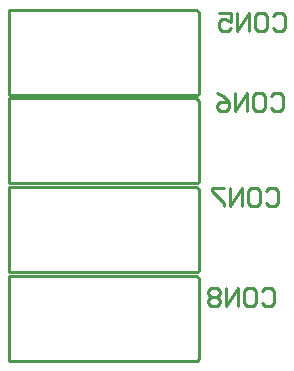
<source format=gbo>
G04 Layer_Color=32896*
%FSLAX25Y25*%
%MOIN*%
G70*
G01*
G75*
%ADD40C,0.01000*%
D40*
X460827Y387205D02*
X461614Y386417D01*
X398228Y387205D02*
X460827D01*
X461614Y359252D02*
Y386417D01*
X461221Y358858D02*
X461614Y359252D01*
X398228Y358858D02*
X461221D01*
X398228Y373031D02*
Y387205D01*
Y358858D02*
Y373031D01*
Y329331D02*
Y343504D01*
Y357677D01*
Y329331D02*
X461221D01*
X461614Y329724D01*
Y356890D01*
X398228Y357677D02*
X460827D01*
X461614Y356890D01*
X460827Y328150D02*
X461614Y327362D01*
X398228Y328150D02*
X460827D01*
X461614Y300197D02*
Y327362D01*
X461221Y299803D02*
X461614Y300197D01*
X398228Y299803D02*
X461221D01*
X398228Y313976D02*
Y328150D01*
Y299803D02*
Y313976D01*
Y270276D02*
Y284449D01*
Y298622D01*
Y270276D02*
X461221D01*
X461614Y270669D01*
Y297835D01*
X398228Y298622D02*
X460827D01*
X461614Y297835D01*
X486552Y385117D02*
X487552Y386116D01*
X489551D01*
X490551Y385117D01*
Y381118D01*
X489551Y380118D01*
X487552D01*
X486552Y381118D01*
X481554Y386116D02*
X483553D01*
X484553Y385117D01*
Y381118D01*
X483553Y380118D01*
X481554D01*
X480554Y381118D01*
Y385117D01*
X481554Y386116D01*
X478555Y380118D02*
Y386116D01*
X474556Y380118D01*
Y386116D01*
X468558D02*
X472557D01*
Y383117D01*
X470558Y384117D01*
X469558D01*
X468558Y383117D01*
Y381118D01*
X469558Y380118D01*
X471557D01*
X472557Y381118D01*
X485568Y358345D02*
X486568Y359345D01*
X488567D01*
X489567Y358345D01*
Y354346D01*
X488567Y353346D01*
X486568D01*
X485568Y354346D01*
X480570Y359345D02*
X482569D01*
X483569Y358345D01*
Y354346D01*
X482569Y353346D01*
X480570D01*
X479570Y354346D01*
Y358345D01*
X480570Y359345D01*
X477571Y353346D02*
Y359345D01*
X473572Y353346D01*
Y359345D01*
X467574D02*
X469573Y358345D01*
X471573Y356346D01*
Y354346D01*
X470573Y353346D01*
X468574D01*
X467574Y354346D01*
Y355346D01*
X468574Y356346D01*
X471573D01*
X483993Y326849D02*
X484993Y327849D01*
X486992D01*
X487992Y326849D01*
Y322850D01*
X486992Y321850D01*
X484993D01*
X483993Y322850D01*
X478995Y327849D02*
X480994D01*
X481994Y326849D01*
Y322850D01*
X480994Y321850D01*
X478995D01*
X477995Y322850D01*
Y326849D01*
X478995Y327849D01*
X475996Y321850D02*
Y327849D01*
X471997Y321850D01*
Y327849D01*
X469998D02*
X465999D01*
Y326849D01*
X469998Y322850D01*
Y321850D01*
X482812Y293384D02*
X483812Y294384D01*
X485811D01*
X486811Y293384D01*
Y289386D01*
X485811Y288386D01*
X483812D01*
X482812Y289386D01*
X477814Y294384D02*
X479813D01*
X480813Y293384D01*
Y289386D01*
X479813Y288386D01*
X477814D01*
X476814Y289386D01*
Y293384D01*
X477814Y294384D01*
X474815Y288386D02*
Y294384D01*
X470816Y288386D01*
Y294384D01*
X468817Y293384D02*
X467817Y294384D01*
X465818D01*
X464818Y293384D01*
Y292385D01*
X465818Y291385D01*
X464818Y290385D01*
Y289386D01*
X465818Y288386D01*
X467817D01*
X468817Y289386D01*
Y290385D01*
X467817Y291385D01*
X468817Y292385D01*
Y293384D01*
X467817Y291385D02*
X465818D01*
M02*

</source>
